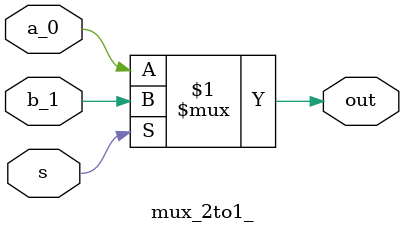
<source format=v>
module mux_2to1_(a_0, b_1,  s, out);
	input a_0,b_1;
	input s;
	wire int_out;
	output out;

	assign out=(s)?b_1:a_0;

endmodule
</source>
